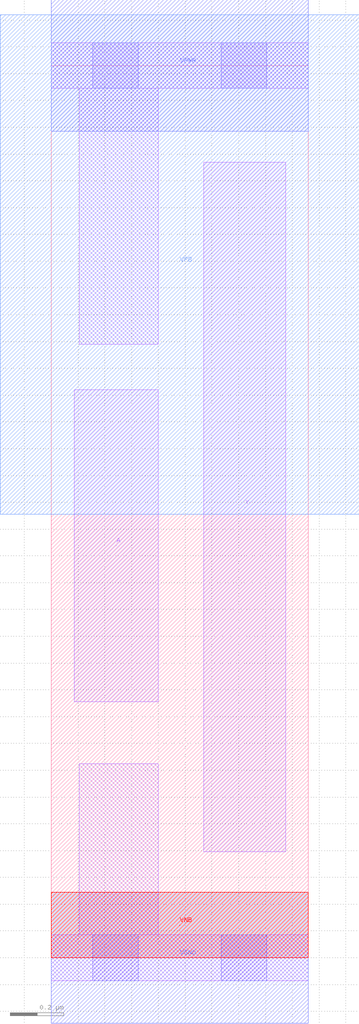
<source format=lef>
# Copyright 2020 The SkyWater PDK Authors
#
# Licensed under the Apache License, Version 2.0 (the "License");
# you may not use this file except in compliance with the License.
# You may obtain a copy of the License at
#
#     https://www.apache.org/licenses/LICENSE-2.0
#
# Unless required by applicable law or agreed to in writing, software
# distributed under the License is distributed on an "AS IS" BASIS,
# WITHOUT WARRANTIES OR CONDITIONS OF ANY KIND, either express or implied.
# See the License for the specific language governing permissions and
# limitations under the License.
#
# SPDX-License-Identifier: Apache-2.0

VERSION 5.7 ;
  NOWIREEXTENSIONATPIN ON ;
  DIVIDERCHAR "/" ;
  BUSBITCHARS "[]" ;
MACRO sky130_fd_sc_lp__inv_0
  CLASS CORE ;
  FOREIGN sky130_fd_sc_lp__inv_0 ;
  ORIGIN  0.000000  0.000000 ;
  SIZE  0.960000 BY  3.330000 ;
  SYMMETRY X Y R90 ;
  SITE unit ;
  PIN A
    ANTENNAGATEAREA  0.159000 ;
    DIRECTION INPUT ;
    USE SIGNAL ;
    PORT
      LAYER li1 ;
        RECT 0.085000 0.955000 0.400000 2.120000 ;
    END
  END A
  PIN Y
    ANTENNADIFFAREA  0.280900 ;
    DIRECTION OUTPUT ;
    USE SIGNAL ;
    PORT
      LAYER li1 ;
        RECT 0.570000 0.395000 0.875000 2.970000 ;
    END
  END Y
  PIN VGND
    DIRECTION INOUT ;
    USE GROUND ;
    PORT
      LAYER met1 ;
        RECT 0.000000 -0.245000 0.960000 0.245000 ;
    END
  END VGND
  PIN VNB
    DIRECTION INOUT ;
    USE GROUND ;
    PORT
      LAYER pwell ;
        RECT 0.000000 0.000000 0.960000 0.245000 ;
    END
  END VNB
  PIN VPB
    DIRECTION INOUT ;
    USE POWER ;
    PORT
      LAYER nwell ;
        RECT -0.190000 1.655000 1.150000 3.520000 ;
    END
  END VPB
  PIN VPWR
    DIRECTION INOUT ;
    USE POWER ;
    PORT
      LAYER met1 ;
        RECT 0.000000 3.085000 0.960000 3.575000 ;
    END
  END VPWR
  OBS
    LAYER li1 ;
      RECT 0.000000 -0.085000 0.960000 0.085000 ;
      RECT 0.000000  3.245000 0.960000 3.415000 ;
      RECT 0.105000  0.085000 0.400000 0.725000 ;
      RECT 0.105000  2.290000 0.400000 3.245000 ;
    LAYER mcon ;
      RECT 0.155000 -0.085000 0.325000 0.085000 ;
      RECT 0.155000  3.245000 0.325000 3.415000 ;
      RECT 0.635000 -0.085000 0.805000 0.085000 ;
      RECT 0.635000  3.245000 0.805000 3.415000 ;
  END
END sky130_fd_sc_lp__inv_0
END LIBRARY

</source>
